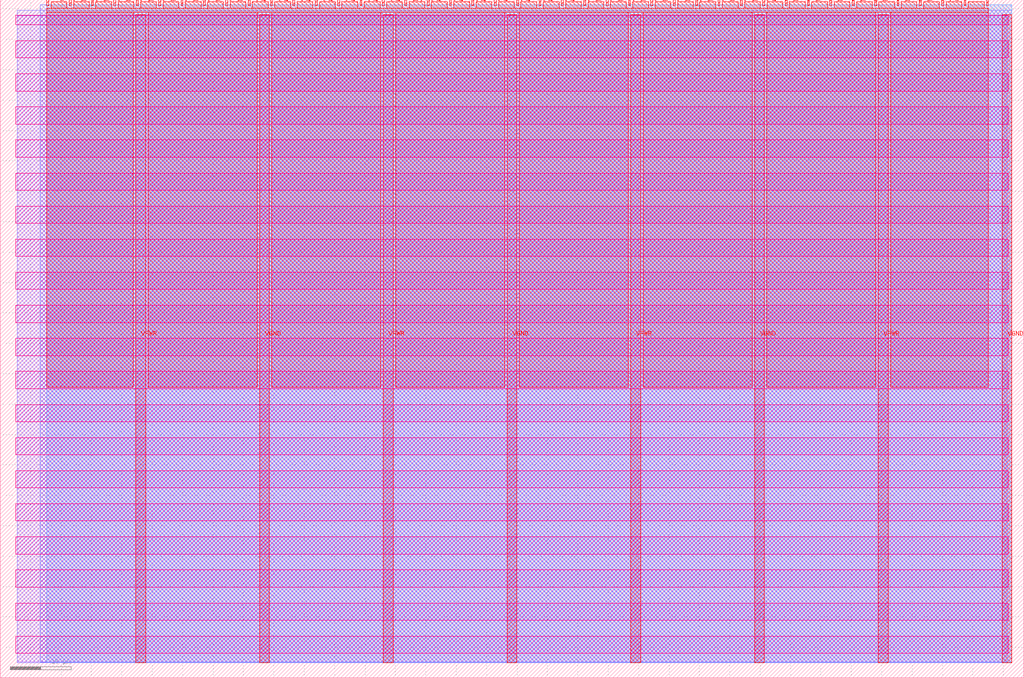
<source format=lef>
VERSION 5.7 ;
  NOWIREEXTENSIONATPIN ON ;
  DIVIDERCHAR "/" ;
  BUSBITCHARS "[]" ;
MACRO tt_um_simplepiano
  CLASS BLOCK ;
  FOREIGN tt_um_simplepiano ;
  ORIGIN 0.000 0.000 ;
  SIZE 168.360 BY 111.520 ;
  PIN VGND
    DIRECTION INOUT ;
    USE GROUND ;
    PORT
      LAYER met4 ;
        RECT 42.670 2.480 44.270 109.040 ;
    END
    PORT
      LAYER met4 ;
        RECT 83.380 2.480 84.980 109.040 ;
    END
    PORT
      LAYER met4 ;
        RECT 124.090 2.480 125.690 109.040 ;
    END
    PORT
      LAYER met4 ;
        RECT 164.800 2.480 166.400 109.040 ;
    END
  END VGND
  PIN VPWR
    DIRECTION INOUT ;
    USE POWER ;
    PORT
      LAYER met4 ;
        RECT 22.315 2.480 23.915 109.040 ;
    END
    PORT
      LAYER met4 ;
        RECT 63.025 2.480 64.625 109.040 ;
    END
    PORT
      LAYER met4 ;
        RECT 103.735 2.480 105.335 109.040 ;
    END
    PORT
      LAYER met4 ;
        RECT 144.445 2.480 146.045 109.040 ;
    END
  END VPWR
  PIN clk
    DIRECTION INPUT ;
    USE SIGNAL ;
    ANTENNAGATEAREA 0.852000 ;
    PORT
      LAYER met4 ;
        RECT 158.550 110.520 158.850 111.520 ;
    END
  END clk
  PIN ena
    DIRECTION INPUT ;
    USE SIGNAL ;
    ANTENNAGATEAREA 0.213000 ;
    PORT
      LAYER met4 ;
        RECT 162.230 110.520 162.530 111.520 ;
    END
  END ena
  PIN rst_n
    DIRECTION INPUT ;
    USE SIGNAL ;
    ANTENNAGATEAREA 0.213000 ;
    PORT
      LAYER met4 ;
        RECT 154.870 110.520 155.170 111.520 ;
    END
  END rst_n
  PIN ui_in[0]
    DIRECTION INPUT ;
    USE SIGNAL ;
    ANTENNAGATEAREA 0.196500 ;
    PORT
      LAYER met4 ;
        RECT 151.190 110.520 151.490 111.520 ;
    END
  END ui_in[0]
  PIN ui_in[1]
    DIRECTION INPUT ;
    USE SIGNAL ;
    ANTENNAGATEAREA 0.196500 ;
    PORT
      LAYER met4 ;
        RECT 147.510 110.520 147.810 111.520 ;
    END
  END ui_in[1]
  PIN ui_in[2]
    DIRECTION INPUT ;
    USE SIGNAL ;
    ANTENNAGATEAREA 0.196500 ;
    PORT
      LAYER met4 ;
        RECT 143.830 110.520 144.130 111.520 ;
    END
  END ui_in[2]
  PIN ui_in[3]
    DIRECTION INPUT ;
    USE SIGNAL ;
    ANTENNAGATEAREA 0.196500 ;
    PORT
      LAYER met4 ;
        RECT 140.150 110.520 140.450 111.520 ;
    END
  END ui_in[3]
  PIN ui_in[4]
    DIRECTION INPUT ;
    USE SIGNAL ;
    ANTENNAGATEAREA 0.196500 ;
    PORT
      LAYER met4 ;
        RECT 136.470 110.520 136.770 111.520 ;
    END
  END ui_in[4]
  PIN ui_in[5]
    DIRECTION INPUT ;
    USE SIGNAL ;
    ANTENNAGATEAREA 0.196500 ;
    PORT
      LAYER met4 ;
        RECT 132.790 110.520 133.090 111.520 ;
    END
  END ui_in[5]
  PIN ui_in[6]
    DIRECTION INPUT ;
    USE SIGNAL ;
    ANTENNAGATEAREA 0.196500 ;
    PORT
      LAYER met4 ;
        RECT 129.110 110.520 129.410 111.520 ;
    END
  END ui_in[6]
  PIN ui_in[7]
    DIRECTION INPUT ;
    USE SIGNAL ;
    ANTENNAGATEAREA 0.196500 ;
    PORT
      LAYER met4 ;
        RECT 125.430 110.520 125.730 111.520 ;
    END
  END ui_in[7]
  PIN uio_in[0]
    DIRECTION INPUT ;
    USE SIGNAL ;
    ANTENNAGATEAREA 0.196500 ;
    PORT
      LAYER met4 ;
        RECT 121.750 110.520 122.050 111.520 ;
    END
  END uio_in[0]
  PIN uio_in[1]
    DIRECTION INPUT ;
    USE SIGNAL ;
    ANTENNAGATEAREA 0.196500 ;
    PORT
      LAYER met4 ;
        RECT 118.070 110.520 118.370 111.520 ;
    END
  END uio_in[1]
  PIN uio_in[2]
    DIRECTION INPUT ;
    USE SIGNAL ;
    ANTENNAGATEAREA 0.196500 ;
    PORT
      LAYER met4 ;
        RECT 114.390 110.520 114.690 111.520 ;
    END
  END uio_in[2]
  PIN uio_in[3]
    DIRECTION INPUT ;
    USE SIGNAL ;
    ANTENNAGATEAREA 0.196500 ;
    PORT
      LAYER met4 ;
        RECT 110.710 110.520 111.010 111.520 ;
    END
  END uio_in[3]
  PIN uio_in[4]
    DIRECTION INPUT ;
    USE SIGNAL ;
    ANTENNAGATEAREA 0.196500 ;
    PORT
      LAYER met4 ;
        RECT 107.030 110.520 107.330 111.520 ;
    END
  END uio_in[4]
  PIN uio_in[5]
    DIRECTION INPUT ;
    USE SIGNAL ;
    ANTENNAGATEAREA 0.196500 ;
    PORT
      LAYER met4 ;
        RECT 103.350 110.520 103.650 111.520 ;
    END
  END uio_in[5]
  PIN uio_in[6]
    DIRECTION INPUT ;
    USE SIGNAL ;
    ANTENNAGATEAREA 0.196500 ;
    PORT
      LAYER met4 ;
        RECT 99.670 110.520 99.970 111.520 ;
    END
  END uio_in[6]
  PIN uio_in[7]
    DIRECTION INPUT ;
    USE SIGNAL ;
    ANTENNAGATEAREA 0.196500 ;
    PORT
      LAYER met4 ;
        RECT 95.990 110.520 96.290 111.520 ;
    END
  END uio_in[7]
  PIN uio_oe[0]
    DIRECTION OUTPUT TRISTATE ;
    USE SIGNAL ;
    PORT
      LAYER met4 ;
        RECT 33.430 110.520 33.730 111.520 ;
    END
  END uio_oe[0]
  PIN uio_oe[1]
    DIRECTION OUTPUT TRISTATE ;
    USE SIGNAL ;
    PORT
      LAYER met4 ;
        RECT 29.750 110.520 30.050 111.520 ;
    END
  END uio_oe[1]
  PIN uio_oe[2]
    DIRECTION OUTPUT TRISTATE ;
    USE SIGNAL ;
    PORT
      LAYER met4 ;
        RECT 26.070 110.520 26.370 111.520 ;
    END
  END uio_oe[2]
  PIN uio_oe[3]
    DIRECTION OUTPUT TRISTATE ;
    USE SIGNAL ;
    PORT
      LAYER met4 ;
        RECT 22.390 110.520 22.690 111.520 ;
    END
  END uio_oe[3]
  PIN uio_oe[4]
    DIRECTION OUTPUT TRISTATE ;
    USE SIGNAL ;
    PORT
      LAYER met4 ;
        RECT 18.710 110.520 19.010 111.520 ;
    END
  END uio_oe[4]
  PIN uio_oe[5]
    DIRECTION OUTPUT TRISTATE ;
    USE SIGNAL ;
    PORT
      LAYER met4 ;
        RECT 15.030 110.520 15.330 111.520 ;
    END
  END uio_oe[5]
  PIN uio_oe[6]
    DIRECTION OUTPUT TRISTATE ;
    USE SIGNAL ;
    PORT
      LAYER met4 ;
        RECT 11.350 110.520 11.650 111.520 ;
    END
  END uio_oe[6]
  PIN uio_oe[7]
    DIRECTION OUTPUT TRISTATE ;
    USE SIGNAL ;
    PORT
      LAYER met4 ;
        RECT 7.670 110.520 7.970 111.520 ;
    END
  END uio_oe[7]
  PIN uio_out[0]
    DIRECTION OUTPUT TRISTATE ;
    USE SIGNAL ;
    PORT
      LAYER met4 ;
        RECT 62.870 110.520 63.170 111.520 ;
    END
  END uio_out[0]
  PIN uio_out[1]
    DIRECTION OUTPUT TRISTATE ;
    USE SIGNAL ;
    PORT
      LAYER met4 ;
        RECT 59.190 110.520 59.490 111.520 ;
    END
  END uio_out[1]
  PIN uio_out[2]
    DIRECTION OUTPUT TRISTATE ;
    USE SIGNAL ;
    PORT
      LAYER met4 ;
        RECT 55.510 110.520 55.810 111.520 ;
    END
  END uio_out[2]
  PIN uio_out[3]
    DIRECTION OUTPUT TRISTATE ;
    USE SIGNAL ;
    PORT
      LAYER met4 ;
        RECT 51.830 110.520 52.130 111.520 ;
    END
  END uio_out[3]
  PIN uio_out[4]
    DIRECTION OUTPUT TRISTATE ;
    USE SIGNAL ;
    PORT
      LAYER met4 ;
        RECT 48.150 110.520 48.450 111.520 ;
    END
  END uio_out[4]
  PIN uio_out[5]
    DIRECTION OUTPUT TRISTATE ;
    USE SIGNAL ;
    PORT
      LAYER met4 ;
        RECT 44.470 110.520 44.770 111.520 ;
    END
  END uio_out[5]
  PIN uio_out[6]
    DIRECTION OUTPUT TRISTATE ;
    USE SIGNAL ;
    PORT
      LAYER met4 ;
        RECT 40.790 110.520 41.090 111.520 ;
    END
  END uio_out[6]
  PIN uio_out[7]
    DIRECTION OUTPUT TRISTATE ;
    USE SIGNAL ;
    PORT
      LAYER met4 ;
        RECT 37.110 110.520 37.410 111.520 ;
    END
  END uio_out[7]
  PIN uo_out[0]
    DIRECTION OUTPUT TRISTATE ;
    USE SIGNAL ;
    ANTENNADIFFAREA 0.795200 ;
    PORT
      LAYER met4 ;
        RECT 92.310 110.520 92.610 111.520 ;
    END
  END uo_out[0]
  PIN uo_out[1]
    DIRECTION OUTPUT TRISTATE ;
    USE SIGNAL ;
    ANTENNADIFFAREA 0.445500 ;
    PORT
      LAYER met4 ;
        RECT 88.630 110.520 88.930 111.520 ;
    END
  END uo_out[1]
  PIN uo_out[2]
    DIRECTION OUTPUT TRISTATE ;
    USE SIGNAL ;
    ANTENNADIFFAREA 0.795200 ;
    PORT
      LAYER met4 ;
        RECT 84.950 110.520 85.250 111.520 ;
    END
  END uo_out[2]
  PIN uo_out[3]
    DIRECTION OUTPUT TRISTATE ;
    USE SIGNAL ;
    ANTENNADIFFAREA 0.445500 ;
    PORT
      LAYER met4 ;
        RECT 81.270 110.520 81.570 111.520 ;
    END
  END uo_out[3]
  PIN uo_out[4]
    DIRECTION OUTPUT TRISTATE ;
    USE SIGNAL ;
    ANTENNADIFFAREA 0.795200 ;
    PORT
      LAYER met4 ;
        RECT 77.590 110.520 77.890 111.520 ;
    END
  END uo_out[4]
  PIN uo_out[5]
    DIRECTION OUTPUT TRISTATE ;
    USE SIGNAL ;
    ANTENNADIFFAREA 0.795200 ;
    PORT
      LAYER met4 ;
        RECT 73.910 110.520 74.210 111.520 ;
    END
  END uo_out[5]
  PIN uo_out[6]
    DIRECTION OUTPUT TRISTATE ;
    USE SIGNAL ;
    ANTENNADIFFAREA 0.795200 ;
    PORT
      LAYER met4 ;
        RECT 70.230 110.520 70.530 111.520 ;
    END
  END uo_out[6]
  PIN uo_out[7]
    DIRECTION OUTPUT TRISTATE ;
    USE SIGNAL ;
    ANTENNADIFFAREA 0.795200 ;
    PORT
      LAYER met4 ;
        RECT 66.550 110.520 66.850 111.520 ;
    END
  END uo_out[7]
  OBS
      LAYER nwell ;
        RECT 2.570 107.385 165.790 108.990 ;
        RECT 2.570 101.945 165.790 104.775 ;
        RECT 2.570 96.505 165.790 99.335 ;
        RECT 2.570 91.065 165.790 93.895 ;
        RECT 2.570 85.625 165.790 88.455 ;
        RECT 2.570 80.185 165.790 83.015 ;
        RECT 2.570 74.745 165.790 77.575 ;
        RECT 2.570 69.305 165.790 72.135 ;
        RECT 2.570 63.865 165.790 66.695 ;
        RECT 2.570 58.425 165.790 61.255 ;
        RECT 2.570 52.985 165.790 55.815 ;
        RECT 2.570 47.545 165.790 50.375 ;
        RECT 2.570 42.105 165.790 44.935 ;
        RECT 2.570 36.665 165.790 39.495 ;
        RECT 2.570 31.225 165.790 34.055 ;
        RECT 2.570 25.785 165.790 28.615 ;
        RECT 2.570 20.345 165.790 23.175 ;
        RECT 2.570 14.905 165.790 17.735 ;
        RECT 2.570 9.465 165.790 12.295 ;
        RECT 2.570 4.025 165.790 6.855 ;
      LAYER li1 ;
        RECT 2.760 2.635 165.600 108.885 ;
      LAYER met1 ;
        RECT 2.760 2.480 166.400 109.780 ;
      LAYER met2 ;
        RECT 6.540 2.535 166.370 110.685 ;
      LAYER met3 ;
        RECT 7.630 2.555 166.390 110.665 ;
      LAYER met4 ;
        RECT 8.370 110.120 10.950 111.170 ;
        RECT 12.050 110.120 14.630 111.170 ;
        RECT 15.730 110.120 18.310 111.170 ;
        RECT 19.410 110.120 21.990 111.170 ;
        RECT 23.090 110.120 25.670 111.170 ;
        RECT 26.770 110.120 29.350 111.170 ;
        RECT 30.450 110.120 33.030 111.170 ;
        RECT 34.130 110.120 36.710 111.170 ;
        RECT 37.810 110.120 40.390 111.170 ;
        RECT 41.490 110.120 44.070 111.170 ;
        RECT 45.170 110.120 47.750 111.170 ;
        RECT 48.850 110.120 51.430 111.170 ;
        RECT 52.530 110.120 55.110 111.170 ;
        RECT 56.210 110.120 58.790 111.170 ;
        RECT 59.890 110.120 62.470 111.170 ;
        RECT 63.570 110.120 66.150 111.170 ;
        RECT 67.250 110.120 69.830 111.170 ;
        RECT 70.930 110.120 73.510 111.170 ;
        RECT 74.610 110.120 77.190 111.170 ;
        RECT 78.290 110.120 80.870 111.170 ;
        RECT 81.970 110.120 84.550 111.170 ;
        RECT 85.650 110.120 88.230 111.170 ;
        RECT 89.330 110.120 91.910 111.170 ;
        RECT 93.010 110.120 95.590 111.170 ;
        RECT 96.690 110.120 99.270 111.170 ;
        RECT 100.370 110.120 102.950 111.170 ;
        RECT 104.050 110.120 106.630 111.170 ;
        RECT 107.730 110.120 110.310 111.170 ;
        RECT 111.410 110.120 113.990 111.170 ;
        RECT 115.090 110.120 117.670 111.170 ;
        RECT 118.770 110.120 121.350 111.170 ;
        RECT 122.450 110.120 125.030 111.170 ;
        RECT 126.130 110.120 128.710 111.170 ;
        RECT 129.810 110.120 132.390 111.170 ;
        RECT 133.490 110.120 136.070 111.170 ;
        RECT 137.170 110.120 139.750 111.170 ;
        RECT 140.850 110.120 143.430 111.170 ;
        RECT 144.530 110.120 147.110 111.170 ;
        RECT 148.210 110.120 150.790 111.170 ;
        RECT 151.890 110.120 154.470 111.170 ;
        RECT 155.570 110.120 158.150 111.170 ;
        RECT 159.250 110.120 161.830 111.170 ;
        RECT 7.655 109.440 162.545 110.120 ;
        RECT 7.655 47.775 21.915 109.440 ;
        RECT 24.315 47.775 42.270 109.440 ;
        RECT 44.670 47.775 62.625 109.440 ;
        RECT 65.025 47.775 82.980 109.440 ;
        RECT 85.380 47.775 103.335 109.440 ;
        RECT 105.735 47.775 123.690 109.440 ;
        RECT 126.090 47.775 144.045 109.440 ;
        RECT 146.445 47.775 162.545 109.440 ;
  END
END tt_um_simplepiano
END LIBRARY


</source>
